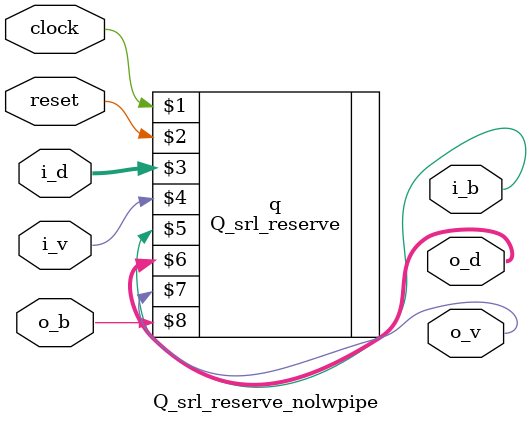
<source format=v>


`ifdef  Q_srl_reserve_nolwpipe
`else
`define Q_srl_reserve_nolwpipe


`include "Q_srl_reserve.v"


module Q_srl_reserve_nolwpipe (clock, reset, i_d, i_v, i_b, o_d, o_v, o_b);

   parameter depth   = 16;   // - greatest #items in queue  (2 <= depth <= 256)
   parameter width   = 16;   // - width of data (i_d, o_d)
   parameter lpipe   =  0;   // - logic pipelining depth (retimable fwd regs)
   parameter wpipe   =  0;   // - wire  pipelining depth (nonretim bidir regs)

   input     clock;
   input     reset;
   
   input  [width-1:0] i_d;	// - input  stream data (concat data + eos)
   input              i_v;	// - input  stream valid
   output             i_b;	// - input  stream back-pressure

   output [width-1:0] o_d;	// - output stream data (concat data + eos)
   output             o_v;	// - output stream valid
   input              o_b;	// - output stream back-pressure

   // - [ wiring from ``Q_srl_reserve_lwpipe.v'' DELETED ]

   // - NO logic pipelining
   // Q_fwd_pipe      #(lpipe_,width) q_lpipe (clock,reset,lid,liv,lib,lod,lov,lob);

   // - NO interconnect pipelining
   // Q_pipe_noretime #(wpipe_,width) q_wpipe (clock,reset,wid,wiv,wib,wod,wov,wob);

   // - queue with reserve capacity
   // Q_srl_reserve #(depth,width,lpipe+wpipe*2) q (clock,reset,qid,qiv,qib,qod,qov,qob);
   Q_srl_reserve    #(depth,width,lpipe+wpipe*2) q (clock,reset,i_d,i_v,i_b,o_d,o_v,o_b);
   
endmodule // Q_srl_reserve_nolwpipe


`endif  // `ifdef  Q_srl_reserve_nolwpipe

</source>
